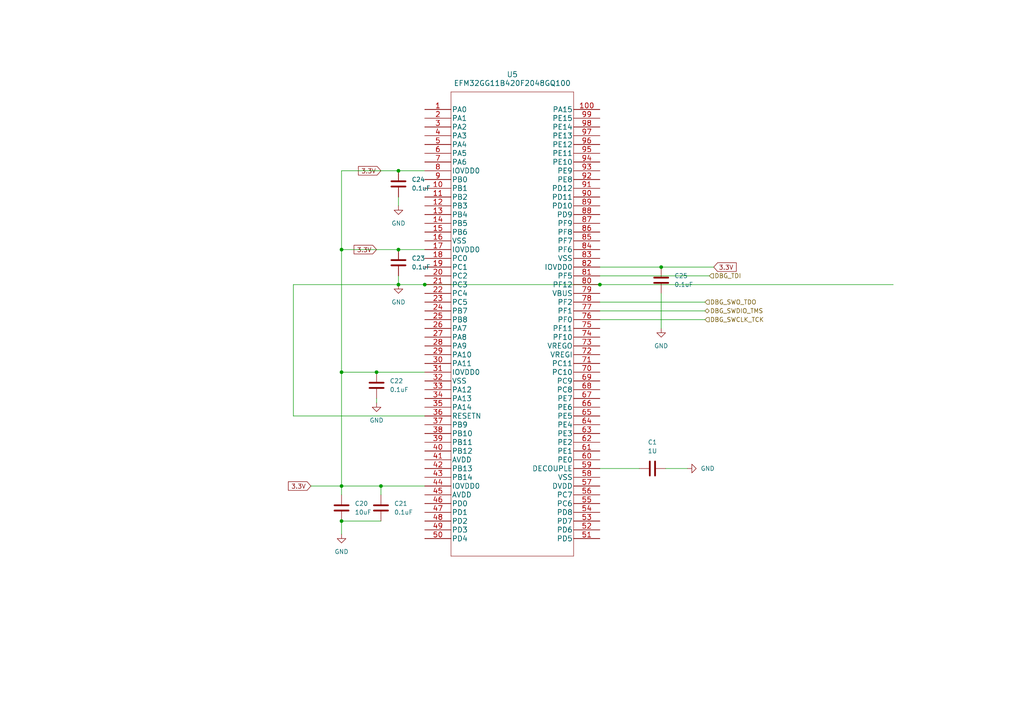
<source format=kicad_sch>
(kicad_sch (version 20230121) (generator eeschema)

  (uuid 86d80a6a-4f4c-4e1c-a8ce-30d9becef2f3)

  (paper "A4")

  (lib_symbols
    (symbol "Device:C" (pin_numbers hide) (pin_names (offset 0.254)) (in_bom yes) (on_board yes)
      (property "Reference" "C" (at 0.635 2.54 0)
        (effects (font (size 1.27 1.27)) (justify left))
      )
      (property "Value" "C" (at 0.635 -2.54 0)
        (effects (font (size 1.27 1.27)) (justify left))
      )
      (property "Footprint" "" (at 0.9652 -3.81 0)
        (effects (font (size 1.27 1.27)) hide)
      )
      (property "Datasheet" "~" (at 0 0 0)
        (effects (font (size 1.27 1.27)) hide)
      )
      (property "ki_keywords" "cap capacitor" (at 0 0 0)
        (effects (font (size 1.27 1.27)) hide)
      )
      (property "ki_description" "Unpolarized capacitor" (at 0 0 0)
        (effects (font (size 1.27 1.27)) hide)
      )
      (property "ki_fp_filters" "C_*" (at 0 0 0)
        (effects (font (size 1.27 1.27)) hide)
      )
      (symbol "C_0_1"
        (polyline
          (pts
            (xy -2.032 -0.762)
            (xy 2.032 -0.762)
          )
          (stroke (width 0.508) (type default))
          (fill (type none))
        )
        (polyline
          (pts
            (xy -2.032 0.762)
            (xy 2.032 0.762)
          )
          (stroke (width 0.508) (type default))
          (fill (type none))
        )
      )
      (symbol "C_1_1"
        (pin passive line (at 0 3.81 270) (length 2.794)
          (name "~" (effects (font (size 1.27 1.27))))
          (number "1" (effects (font (size 1.27 1.27))))
        )
        (pin passive line (at 0 -3.81 90) (length 2.794)
          (name "~" (effects (font (size 1.27 1.27))))
          (number "2" (effects (font (size 1.27 1.27))))
        )
      )
    )
    (symbol "EFM32GG11B420F2048GQ100:EFM32GG11B420F2048GQ100" (pin_names (offset 0.254)) (in_bom yes) (on_board yes)
      (property "Reference" "U" (at 25.4 10.16 0)
        (effects (font (size 1.524 1.524)))
      )
      (property "Value" "EFM32GG11B420F2048GQ100" (at 25.4 7.62 0)
        (effects (font (size 1.524 1.524)))
      )
      (property "Footprint" "TQFP100-14X14-0p5MM" (at 25.4 6.096 0)
        (effects (font (size 1.524 1.524)) hide)
      )
      (property "Datasheet" "" (at 0 0 0)
        (effects (font (size 1.524 1.524)))
      )
      (property "ki_locked" "" (at 0 0 0)
        (effects (font (size 1.27 1.27)))
      )
      (property "ki_fp_filters" "TQFP100-14X14-0p5MM" (at 0 0 0)
        (effects (font (size 1.27 1.27)) hide)
      )
      (symbol "EFM32GG11B420F2048GQ100_1_1"
        (polyline
          (pts
            (xy 7.62 -129.54)
            (xy 43.18 -129.54)
          )
          (stroke (width 0.127) (type solid))
          (fill (type none))
        )
        (polyline
          (pts
            (xy 7.62 5.08)
            (xy 7.62 -129.54)
          )
          (stroke (width 0.127) (type solid))
          (fill (type none))
        )
        (polyline
          (pts
            (xy 43.18 -129.54)
            (xy 43.18 5.08)
          )
          (stroke (width 0.127) (type solid))
          (fill (type none))
        )
        (polyline
          (pts
            (xy 43.18 5.08)
            (xy 7.62 5.08)
          )
          (stroke (width 0.127) (type solid))
          (fill (type none))
        )
        (pin bidirectional line (at 0 0 0) (length 7.62)
          (name "PA0" (effects (font (size 1.4986 1.4986))))
          (number "1" (effects (font (size 1.4986 1.4986))))
        )
        (pin bidirectional line (at 0 -22.86 0) (length 7.62)
          (name "PB1" (effects (font (size 1.4986 1.4986))))
          (number "10" (effects (font (size 1.4986 1.4986))))
        )
        (pin bidirectional line (at 50.8 0 180) (length 7.62)
          (name "PA15" (effects (font (size 1.4986 1.4986))))
          (number "100" (effects (font (size 1.4986 1.4986))))
        )
        (pin bidirectional line (at 0 -25.4 0) (length 7.62)
          (name "PB2" (effects (font (size 1.4986 1.4986))))
          (number "11" (effects (font (size 1.4986 1.4986))))
        )
        (pin bidirectional line (at 0 -27.94 0) (length 7.62)
          (name "PB3" (effects (font (size 1.4986 1.4986))))
          (number "12" (effects (font (size 1.4986 1.4986))))
        )
        (pin bidirectional line (at 0 -30.48 0) (length 7.62)
          (name "PB4" (effects (font (size 1.4986 1.4986))))
          (number "13" (effects (font (size 1.4986 1.4986))))
        )
        (pin bidirectional line (at 0 -33.02 0) (length 7.62)
          (name "PB5" (effects (font (size 1.4986 1.4986))))
          (number "14" (effects (font (size 1.4986 1.4986))))
        )
        (pin bidirectional line (at 0 -35.56 0) (length 7.62)
          (name "PB6" (effects (font (size 1.4986 1.4986))))
          (number "15" (effects (font (size 1.4986 1.4986))))
        )
        (pin power_in line (at 0 -38.1 0) (length 7.62)
          (name "VSS" (effects (font (size 1.4986 1.4986))))
          (number "16" (effects (font (size 1.4986 1.4986))))
        )
        (pin power_in line (at 0 -40.64 0) (length 7.62)
          (name "IOVDD0" (effects (font (size 1.4986 1.4986))))
          (number "17" (effects (font (size 1.4986 1.4986))))
        )
        (pin bidirectional line (at 0 -43.18 0) (length 7.62)
          (name "PC0" (effects (font (size 1.4986 1.4986))))
          (number "18" (effects (font (size 1.4986 1.4986))))
        )
        (pin bidirectional line (at 0 -45.72 0) (length 7.62)
          (name "PC1" (effects (font (size 1.4986 1.4986))))
          (number "19" (effects (font (size 1.4986 1.4986))))
        )
        (pin bidirectional line (at 0 -2.54 0) (length 7.62)
          (name "PA1" (effects (font (size 1.4986 1.4986))))
          (number "2" (effects (font (size 1.4986 1.4986))))
        )
        (pin bidirectional line (at 0 -48.26 0) (length 7.62)
          (name "PC2" (effects (font (size 1.4986 1.4986))))
          (number "20" (effects (font (size 1.4986 1.4986))))
        )
        (pin bidirectional line (at 0 -50.8 0) (length 7.62)
          (name "PC3" (effects (font (size 1.4986 1.4986))))
          (number "21" (effects (font (size 1.4986 1.4986))))
        )
        (pin bidirectional line (at 0 -53.34 0) (length 7.62)
          (name "PC4" (effects (font (size 1.4986 1.4986))))
          (number "22" (effects (font (size 1.4986 1.4986))))
        )
        (pin bidirectional line (at 0 -55.88 0) (length 7.62)
          (name "PC5" (effects (font (size 1.4986 1.4986))))
          (number "23" (effects (font (size 1.4986 1.4986))))
        )
        (pin bidirectional line (at 0 -58.42 0) (length 7.62)
          (name "PB7" (effects (font (size 1.4986 1.4986))))
          (number "24" (effects (font (size 1.4986 1.4986))))
        )
        (pin bidirectional line (at 0 -60.96 0) (length 7.62)
          (name "PB8" (effects (font (size 1.4986 1.4986))))
          (number "25" (effects (font (size 1.4986 1.4986))))
        )
        (pin bidirectional line (at 0 -63.5 0) (length 7.62)
          (name "PA7" (effects (font (size 1.4986 1.4986))))
          (number "26" (effects (font (size 1.4986 1.4986))))
        )
        (pin bidirectional line (at 0 -66.04 0) (length 7.62)
          (name "PA8" (effects (font (size 1.4986 1.4986))))
          (number "27" (effects (font (size 1.4986 1.4986))))
        )
        (pin bidirectional line (at 0 -68.58 0) (length 7.62)
          (name "PA9" (effects (font (size 1.4986 1.4986))))
          (number "28" (effects (font (size 1.4986 1.4986))))
        )
        (pin bidirectional line (at 0 -71.12 0) (length 7.62)
          (name "PA10" (effects (font (size 1.4986 1.4986))))
          (number "29" (effects (font (size 1.4986 1.4986))))
        )
        (pin bidirectional line (at 0 -5.08 0) (length 7.62)
          (name "PA2" (effects (font (size 1.4986 1.4986))))
          (number "3" (effects (font (size 1.4986 1.4986))))
        )
        (pin bidirectional line (at 0 -73.66 0) (length 7.62)
          (name "PA11" (effects (font (size 1.4986 1.4986))))
          (number "30" (effects (font (size 1.4986 1.4986))))
        )
        (pin power_in line (at 0 -76.2 0) (length 7.62)
          (name "IOVDD0" (effects (font (size 1.4986 1.4986))))
          (number "31" (effects (font (size 1.4986 1.4986))))
        )
        (pin power_in line (at 0 -78.74 0) (length 7.62)
          (name "VSS" (effects (font (size 1.4986 1.4986))))
          (number "32" (effects (font (size 1.4986 1.4986))))
        )
        (pin bidirectional line (at 0 -81.28 0) (length 7.62)
          (name "PA12" (effects (font (size 1.4986 1.4986))))
          (number "33" (effects (font (size 1.4986 1.4986))))
        )
        (pin bidirectional line (at 0 -83.82 0) (length 7.62)
          (name "PA13" (effects (font (size 1.4986 1.4986))))
          (number "34" (effects (font (size 1.4986 1.4986))))
        )
        (pin bidirectional line (at 0 -86.36 0) (length 7.62)
          (name "PA14" (effects (font (size 1.4986 1.4986))))
          (number "35" (effects (font (size 1.4986 1.4986))))
        )
        (pin input line (at 0 -88.9 0) (length 7.62)
          (name "RESETN" (effects (font (size 1.4986 1.4986))))
          (number "36" (effects (font (size 1.4986 1.4986))))
        )
        (pin bidirectional line (at 0 -91.44 0) (length 7.62)
          (name "PB9" (effects (font (size 1.4986 1.4986))))
          (number "37" (effects (font (size 1.4986 1.4986))))
        )
        (pin bidirectional line (at 0 -93.98 0) (length 7.62)
          (name "PB10" (effects (font (size 1.4986 1.4986))))
          (number "38" (effects (font (size 1.4986 1.4986))))
        )
        (pin bidirectional line (at 0 -96.52 0) (length 7.62)
          (name "PB11" (effects (font (size 1.4986 1.4986))))
          (number "39" (effects (font (size 1.4986 1.4986))))
        )
        (pin bidirectional line (at 0 -7.62 0) (length 7.62)
          (name "PA3" (effects (font (size 1.4986 1.4986))))
          (number "4" (effects (font (size 1.4986 1.4986))))
        )
        (pin bidirectional line (at 0 -99.06 0) (length 7.62)
          (name "PB12" (effects (font (size 1.4986 1.4986))))
          (number "40" (effects (font (size 1.4986 1.4986))))
        )
        (pin power_in line (at 0 -101.6 0) (length 7.62)
          (name "AVDD" (effects (font (size 1.4986 1.4986))))
          (number "41" (effects (font (size 1.4986 1.4986))))
        )
        (pin bidirectional line (at 0 -104.14 0) (length 7.62)
          (name "PB13" (effects (font (size 1.4986 1.4986))))
          (number "42" (effects (font (size 1.4986 1.4986))))
        )
        (pin bidirectional line (at 0 -106.68 0) (length 7.62)
          (name "PB14" (effects (font (size 1.4986 1.4986))))
          (number "43" (effects (font (size 1.4986 1.4986))))
        )
        (pin power_in line (at 0 -109.22 0) (length 7.62)
          (name "IOVDD0" (effects (font (size 1.4986 1.4986))))
          (number "44" (effects (font (size 1.4986 1.4986))))
        )
        (pin power_in line (at 0 -111.76 0) (length 7.62)
          (name "AVDD" (effects (font (size 1.4986 1.4986))))
          (number "45" (effects (font (size 1.4986 1.4986))))
        )
        (pin bidirectional line (at 0 -114.3 0) (length 7.62)
          (name "PD0" (effects (font (size 1.4986 1.4986))))
          (number "46" (effects (font (size 1.4986 1.4986))))
        )
        (pin bidirectional line (at 0 -116.84 0) (length 7.62)
          (name "PD1" (effects (font (size 1.4986 1.4986))))
          (number "47" (effects (font (size 1.4986 1.4986))))
        )
        (pin bidirectional line (at 0 -119.38 0) (length 7.62)
          (name "PD2" (effects (font (size 1.4986 1.4986))))
          (number "48" (effects (font (size 1.4986 1.4986))))
        )
        (pin bidirectional line (at 0 -121.92 0) (length 7.62)
          (name "PD3" (effects (font (size 1.4986 1.4986))))
          (number "49" (effects (font (size 1.4986 1.4986))))
        )
        (pin bidirectional line (at 0 -10.16 0) (length 7.62)
          (name "PA4" (effects (font (size 1.4986 1.4986))))
          (number "5" (effects (font (size 1.4986 1.4986))))
        )
        (pin bidirectional line (at 0 -124.46 0) (length 7.62)
          (name "PD4" (effects (font (size 1.4986 1.4986))))
          (number "50" (effects (font (size 1.4986 1.4986))))
        )
        (pin bidirectional line (at 50.8 -124.46 180) (length 7.62)
          (name "PD5" (effects (font (size 1.4986 1.4986))))
          (number "51" (effects (font (size 1.4986 1.4986))))
        )
        (pin bidirectional line (at 50.8 -121.92 180) (length 7.62)
          (name "PD6" (effects (font (size 1.4986 1.4986))))
          (number "52" (effects (font (size 1.4986 1.4986))))
        )
        (pin bidirectional line (at 50.8 -119.38 180) (length 7.62)
          (name "PD7" (effects (font (size 1.4986 1.4986))))
          (number "53" (effects (font (size 1.4986 1.4986))))
        )
        (pin bidirectional line (at 50.8 -116.84 180) (length 7.62)
          (name "PD8" (effects (font (size 1.4986 1.4986))))
          (number "54" (effects (font (size 1.4986 1.4986))))
        )
        (pin bidirectional line (at 50.8 -114.3 180) (length 7.62)
          (name "PC6" (effects (font (size 1.4986 1.4986))))
          (number "55" (effects (font (size 1.4986 1.4986))))
        )
        (pin bidirectional line (at 50.8 -111.76 180) (length 7.62)
          (name "PC7" (effects (font (size 1.4986 1.4986))))
          (number "56" (effects (font (size 1.4986 1.4986))))
        )
        (pin power_in line (at 50.8 -109.22 180) (length 7.62)
          (name "DVDD" (effects (font (size 1.4986 1.4986))))
          (number "57" (effects (font (size 1.4986 1.4986))))
        )
        (pin power_in line (at 50.8 -106.68 180) (length 7.62)
          (name "VSS" (effects (font (size 1.4986 1.4986))))
          (number "58" (effects (font (size 1.4986 1.4986))))
        )
        (pin output line (at 50.8 -104.14 180) (length 7.62)
          (name "DECOUPLE" (effects (font (size 1.4986 1.4986))))
          (number "59" (effects (font (size 1.4986 1.4986))))
        )
        (pin bidirectional line (at 0 -12.7 0) (length 7.62)
          (name "PA5" (effects (font (size 1.4986 1.4986))))
          (number "6" (effects (font (size 1.4986 1.4986))))
        )
        (pin bidirectional line (at 50.8 -101.6 180) (length 7.62)
          (name "PE0" (effects (font (size 1.4986 1.4986))))
          (number "60" (effects (font (size 1.4986 1.4986))))
        )
        (pin bidirectional line (at 50.8 -99.06 180) (length 7.62)
          (name "PE1" (effects (font (size 1.4986 1.4986))))
          (number "61" (effects (font (size 1.4986 1.4986))))
        )
        (pin bidirectional line (at 50.8 -96.52 180) (length 7.62)
          (name "PE2" (effects (font (size 1.4986 1.4986))))
          (number "62" (effects (font (size 1.4986 1.4986))))
        )
        (pin bidirectional line (at 50.8 -93.98 180) (length 7.62)
          (name "PE3" (effects (font (size 1.4986 1.4986))))
          (number "63" (effects (font (size 1.4986 1.4986))))
        )
        (pin bidirectional line (at 50.8 -91.44 180) (length 7.62)
          (name "PE4" (effects (font (size 1.4986 1.4986))))
          (number "64" (effects (font (size 1.4986 1.4986))))
        )
        (pin bidirectional line (at 50.8 -88.9 180) (length 7.62)
          (name "PE5" (effects (font (size 1.4986 1.4986))))
          (number "65" (effects (font (size 1.4986 1.4986))))
        )
        (pin bidirectional line (at 50.8 -86.36 180) (length 7.62)
          (name "PE6" (effects (font (size 1.4986 1.4986))))
          (number "66" (effects (font (size 1.4986 1.4986))))
        )
        (pin bidirectional line (at 50.8 -83.82 180) (length 7.62)
          (name "PE7" (effects (font (size 1.4986 1.4986))))
          (number "67" (effects (font (size 1.4986 1.4986))))
        )
        (pin bidirectional line (at 50.8 -81.28 180) (length 7.62)
          (name "PC8" (effects (font (size 1.4986 1.4986))))
          (number "68" (effects (font (size 1.4986 1.4986))))
        )
        (pin bidirectional line (at 50.8 -78.74 180) (length 7.62)
          (name "PC9" (effects (font (size 1.4986 1.4986))))
          (number "69" (effects (font (size 1.4986 1.4986))))
        )
        (pin bidirectional line (at 0 -15.24 0) (length 7.62)
          (name "PA6" (effects (font (size 1.4986 1.4986))))
          (number "7" (effects (font (size 1.4986 1.4986))))
        )
        (pin bidirectional line (at 50.8 -76.2 180) (length 7.62)
          (name "PC10" (effects (font (size 1.4986 1.4986))))
          (number "70" (effects (font (size 1.4986 1.4986))))
        )
        (pin bidirectional line (at 50.8 -73.66 180) (length 7.62)
          (name "PC11" (effects (font (size 1.4986 1.4986))))
          (number "71" (effects (font (size 1.4986 1.4986))))
        )
        (pin input line (at 50.8 -71.12 180) (length 7.62)
          (name "VREGI" (effects (font (size 1.4986 1.4986))))
          (number "72" (effects (font (size 1.4986 1.4986))))
        )
        (pin output line (at 50.8 -68.58 180) (length 7.62)
          (name "VREGO" (effects (font (size 1.4986 1.4986))))
          (number "73" (effects (font (size 1.4986 1.4986))))
        )
        (pin bidirectional line (at 50.8 -66.04 180) (length 7.62)
          (name "PF10" (effects (font (size 1.4986 1.4986))))
          (number "74" (effects (font (size 1.4986 1.4986))))
        )
        (pin bidirectional line (at 50.8 -63.5 180) (length 7.62)
          (name "PF11" (effects (font (size 1.4986 1.4986))))
          (number "75" (effects (font (size 1.4986 1.4986))))
        )
        (pin bidirectional line (at 50.8 -60.96 180) (length 7.62)
          (name "PF0" (effects (font (size 1.4986 1.4986))))
          (number "76" (effects (font (size 1.4986 1.4986))))
        )
        (pin bidirectional line (at 50.8 -58.42 180) (length 7.62)
          (name "PF1" (effects (font (size 1.4986 1.4986))))
          (number "77" (effects (font (size 1.4986 1.4986))))
        )
        (pin bidirectional line (at 50.8 -55.88 180) (length 7.62)
          (name "PF2" (effects (font (size 1.4986 1.4986))))
          (number "78" (effects (font (size 1.4986 1.4986))))
        )
        (pin power_in line (at 50.8 -53.34 180) (length 7.62)
          (name "VBUS" (effects (font (size 1.4986 1.4986))))
          (number "79" (effects (font (size 1.4986 1.4986))))
        )
        (pin power_in line (at 0 -17.78 0) (length 7.62)
          (name "IOVDD0" (effects (font (size 1.4986 1.4986))))
          (number "8" (effects (font (size 1.4986 1.4986))))
        )
        (pin bidirectional line (at 50.8 -50.8 180) (length 7.62)
          (name "PF12" (effects (font (size 1.4986 1.4986))))
          (number "80" (effects (font (size 1.4986 1.4986))))
        )
        (pin bidirectional line (at 50.8 -48.26 180) (length 7.62)
          (name "PF5" (effects (font (size 1.4986 1.4986))))
          (number "81" (effects (font (size 1.4986 1.4986))))
        )
        (pin power_in line (at 50.8 -45.72 180) (length 7.62)
          (name "IOVDD0" (effects (font (size 1.4986 1.4986))))
          (number "82" (effects (font (size 1.4986 1.4986))))
        )
        (pin power_in line (at 50.8 -43.18 180) (length 7.62)
          (name "VSS" (effects (font (size 1.4986 1.4986))))
          (number "83" (effects (font (size 1.4986 1.4986))))
        )
        (pin bidirectional line (at 50.8 -40.64 180) (length 7.62)
          (name "PF6" (effects (font (size 1.4986 1.4986))))
          (number "84" (effects (font (size 1.4986 1.4986))))
        )
        (pin bidirectional line (at 50.8 -38.1 180) (length 7.62)
          (name "PF7" (effects (font (size 1.4986 1.4986))))
          (number "85" (effects (font (size 1.4986 1.4986))))
        )
        (pin bidirectional line (at 50.8 -35.56 180) (length 7.62)
          (name "PF8" (effects (font (size 1.4986 1.4986))))
          (number "86" (effects (font (size 1.4986 1.4986))))
        )
        (pin bidirectional line (at 50.8 -33.02 180) (length 7.62)
          (name "PF9" (effects (font (size 1.4986 1.4986))))
          (number "87" (effects (font (size 1.4986 1.4986))))
        )
        (pin bidirectional line (at 50.8 -30.48 180) (length 7.62)
          (name "PD9" (effects (font (size 1.4986 1.4986))))
          (number "88" (effects (font (size 1.4986 1.4986))))
        )
        (pin bidirectional line (at 50.8 -27.94 180) (length 7.62)
          (name "PD10" (effects (font (size 1.4986 1.4986))))
          (number "89" (effects (font (size 1.4986 1.4986))))
        )
        (pin bidirectional line (at 0 -20.32 0) (length 7.62)
          (name "PB0" (effects (font (size 1.4986 1.4986))))
          (number "9" (effects (font (size 1.4986 1.4986))))
        )
        (pin bidirectional line (at 50.8 -25.4 180) (length 7.62)
          (name "PD11" (effects (font (size 1.4986 1.4986))))
          (number "90" (effects (font (size 1.4986 1.4986))))
        )
        (pin bidirectional line (at 50.8 -22.86 180) (length 7.62)
          (name "PD12" (effects (font (size 1.4986 1.4986))))
          (number "91" (effects (font (size 1.4986 1.4986))))
        )
        (pin bidirectional line (at 50.8 -20.32 180) (length 7.62)
          (name "PE8" (effects (font (size 1.4986 1.4986))))
          (number "92" (effects (font (size 1.4986 1.4986))))
        )
        (pin bidirectional line (at 50.8 -17.78 180) (length 7.62)
          (name "PE9" (effects (font (size 1.4986 1.4986))))
          (number "93" (effects (font (size 1.4986 1.4986))))
        )
        (pin bidirectional line (at 50.8 -15.24 180) (length 7.62)
          (name "PE10" (effects (font (size 1.4986 1.4986))))
          (number "94" (effects (font (size 1.4986 1.4986))))
        )
        (pin bidirectional line (at 50.8 -12.7 180) (length 7.62)
          (name "PE11" (effects (font (size 1.4986 1.4986))))
          (number "95" (effects (font (size 1.4986 1.4986))))
        )
        (pin bidirectional line (at 50.8 -10.16 180) (length 7.62)
          (name "PE12" (effects (font (size 1.4986 1.4986))))
          (number "96" (effects (font (size 1.4986 1.4986))))
        )
        (pin bidirectional line (at 50.8 -7.62 180) (length 7.62)
          (name "PE13" (effects (font (size 1.4986 1.4986))))
          (number "97" (effects (font (size 1.4986 1.4986))))
        )
        (pin bidirectional line (at 50.8 -5.08 180) (length 7.62)
          (name "PE14" (effects (font (size 1.4986 1.4986))))
          (number "98" (effects (font (size 1.4986 1.4986))))
        )
        (pin bidirectional line (at 50.8 -2.54 180) (length 7.62)
          (name "PE15" (effects (font (size 1.4986 1.4986))))
          (number "99" (effects (font (size 1.4986 1.4986))))
        )
      )
    )
    (symbol "power:GND" (power) (pin_names (offset 0)) (in_bom yes) (on_board yes)
      (property "Reference" "#PWR" (at 0 -6.35 0)
        (effects (font (size 1.27 1.27)) hide)
      )
      (property "Value" "GND" (at 0 -3.81 0)
        (effects (font (size 1.27 1.27)))
      )
      (property "Footprint" "" (at 0 0 0)
        (effects (font (size 1.27 1.27)) hide)
      )
      (property "Datasheet" "" (at 0 0 0)
        (effects (font (size 1.27 1.27)) hide)
      )
      (property "ki_keywords" "global power" (at 0 0 0)
        (effects (font (size 1.27 1.27)) hide)
      )
      (property "ki_description" "Power symbol creates a global label with name \"GND\" , ground" (at 0 0 0)
        (effects (font (size 1.27 1.27)) hide)
      )
      (symbol "GND_0_1"
        (polyline
          (pts
            (xy 0 0)
            (xy 0 -1.27)
            (xy 1.27 -1.27)
            (xy 0 -2.54)
            (xy -1.27 -1.27)
            (xy 0 -1.27)
          )
          (stroke (width 0) (type default))
          (fill (type none))
        )
      )
      (symbol "GND_1_1"
        (pin power_in line (at 0 0 270) (length 0) hide
          (name "GND" (effects (font (size 1.27 1.27))))
          (number "1" (effects (font (size 1.27 1.27))))
        )
      )
    )
  )

  (junction (at 110.49 140.97) (diameter 0) (color 0 0 0 0)
    (uuid 00e4ce1e-c183-4a93-b839-1ad67d58fdf7)
  )
  (junction (at 99.06 107.95) (diameter 0) (color 0 0 0 0)
    (uuid 11b22aaf-6fdb-45ef-9e03-ede644e19092)
  )
  (junction (at 115.57 49.53) (diameter 0) (color 0 0 0 0)
    (uuid 588b9db5-f060-46f7-acea-a54b06c0ed3c)
  )
  (junction (at 99.06 72.39) (diameter 0) (color 0 0 0 0)
    (uuid 7a5583cb-02fb-40be-9613-7dc8f938f306)
  )
  (junction (at 99.06 151.13) (diameter 0) (color 0 0 0 0)
    (uuid 85718175-a67f-4a7a-9b77-fd9e4d98c45a)
  )
  (junction (at 99.06 140.97) (diameter 0) (color 0 0 0 0)
    (uuid 9190757f-170b-4275-b5b0-b1f3b1e31c6f)
  )
  (junction (at 109.22 107.95) (diameter 0) (color 0 0 0 0)
    (uuid 99b4b420-3940-4e7c-b6ab-2672c7159d79)
  )
  (junction (at 191.77 77.47) (diameter 0) (color 0 0 0 0)
    (uuid 9ab19474-f6b9-4658-8cea-632caa5d1c4a)
  )
  (junction (at 173.99 82.55) (diameter 0) (color 0 0 0 0)
    (uuid 9f287439-3943-497d-b02a-1ad47906dd65)
  )
  (junction (at 115.57 82.55) (diameter 0) (color 0 0 0 0)
    (uuid d6f9a0d2-4e15-47ae-a97c-4dd079f6911b)
  )
  (junction (at 115.57 72.39) (diameter 0) (color 0 0 0 0)
    (uuid fbf8bcc3-84bb-41c5-868b-90960286b0eb)
  )
  (junction (at 123.19 82.55) (diameter 0) (color 0 0 0 0)
    (uuid ff62e3e1-86c5-4bae-af3e-8c31fe893d2c)
  )

  (wire (pts (xy 85.09 120.65) (xy 123.19 120.65))
    (stroke (width 0) (type default))
    (uuid 059915d6-af9e-416d-8411-0297380972a6)
  )
  (wire (pts (xy 90.17 140.97) (xy 99.06 140.97))
    (stroke (width 0) (type default))
    (uuid 05fd3699-c169-440a-991c-773cd4f4a592)
  )
  (wire (pts (xy 99.06 107.95) (xy 99.06 140.97))
    (stroke (width 0) (type default))
    (uuid 0e07778c-a339-4984-b7b6-716af6374dfc)
  )
  (wire (pts (xy 99.06 140.97) (xy 99.06 143.51))
    (stroke (width 0) (type default))
    (uuid 151552cd-6006-4a06-977a-b5ea387f7e2f)
  )
  (wire (pts (xy 99.06 49.53) (xy 99.06 72.39))
    (stroke (width 0) (type default))
    (uuid 1887160c-a4ad-4b2c-be99-455fb6e9e8f5)
  )
  (wire (pts (xy 173.99 92.71) (xy 204.47 92.71))
    (stroke (width 0) (type default))
    (uuid 30351019-3e8c-4c65-82dd-15e6b14a6851)
  )
  (wire (pts (xy 110.49 140.97) (xy 110.49 143.51))
    (stroke (width 0) (type default))
    (uuid 3700f393-5482-42aa-8b3f-02ca5bb3a53d)
  )
  (wire (pts (xy 110.49 140.97) (xy 123.19 140.97))
    (stroke (width 0) (type default))
    (uuid 41d47911-af15-43a9-b682-b7155c8d39d5)
  )
  (wire (pts (xy 115.57 82.55) (xy 123.19 82.55))
    (stroke (width 0) (type default))
    (uuid 4a10eb29-d8f8-407f-baf1-6e8f7fab73d9)
  )
  (wire (pts (xy 99.06 140.97) (xy 110.49 140.97))
    (stroke (width 0) (type default))
    (uuid 4e6c7622-6d5f-4f2d-a813-467e4a53cb4e)
  )
  (wire (pts (xy 85.09 82.55) (xy 85.09 120.65))
    (stroke (width 0) (type default))
    (uuid 5d405104-2b49-4071-ba32-43eb09ab6666)
  )
  (wire (pts (xy 115.57 49.53) (xy 123.19 49.53))
    (stroke (width 0) (type default))
    (uuid 717cdbef-4b99-48ea-82de-cf58d9fe092e)
  )
  (wire (pts (xy 109.22 115.57) (xy 109.22 116.84))
    (stroke (width 0) (type default))
    (uuid 77adbd17-47b2-486c-b1a8-2cb2d6f27dcc)
  )
  (wire (pts (xy 191.77 85.09) (xy 191.77 95.25))
    (stroke (width 0) (type default))
    (uuid 7aad22ca-2f12-4fd3-9d8b-070b5ee510f7)
  )
  (wire (pts (xy 99.06 49.53) (xy 115.57 49.53))
    (stroke (width 0) (type default))
    (uuid 8238a68c-2f5d-439a-8ff8-d001ddeb2066)
  )
  (wire (pts (xy 173.99 87.63) (xy 204.47 87.63))
    (stroke (width 0) (type default))
    (uuid 8296fe90-9687-45c6-9887-f5a352a639e2)
  )
  (wire (pts (xy 191.77 77.47) (xy 207.01 77.47))
    (stroke (width 0) (type default))
    (uuid 8672b8d4-41b2-42aa-b186-fc3095588f45)
  )
  (wire (pts (xy 193.04 135.89) (xy 199.39 135.89))
    (stroke (width 0) (type default))
    (uuid 875f874b-ac44-43fe-b601-061667de47ff)
  )
  (wire (pts (xy 99.06 72.39) (xy 115.57 72.39))
    (stroke (width 0) (type default))
    (uuid 8db920f7-ba2b-4e89-8043-d59d731875a5)
  )
  (wire (pts (xy 173.99 135.89) (xy 185.42 135.89))
    (stroke (width 0) (type default))
    (uuid 9b809b94-c471-4300-8efe-638d95a6739b)
  )
  (wire (pts (xy 99.06 151.13) (xy 99.06 154.94))
    (stroke (width 0) (type default))
    (uuid 9e13b9d0-4dba-43b7-b6a2-4c8121ff4e3b)
  )
  (wire (pts (xy 173.99 77.47) (xy 191.77 77.47))
    (stroke (width 0) (type default))
    (uuid a1c30014-e6df-4167-a7db-a1c376435876)
  )
  (wire (pts (xy 99.06 151.13) (xy 110.49 151.13))
    (stroke (width 0) (type default))
    (uuid aae95d7f-7791-4ce7-a93b-7f0bd26c6915)
  )
  (wire (pts (xy 115.57 72.39) (xy 123.19 72.39))
    (stroke (width 0) (type default))
    (uuid b5d9614a-e471-42b4-981f-59ddb46273f7)
  )
  (wire (pts (xy 99.06 72.39) (xy 99.06 107.95))
    (stroke (width 0) (type default))
    (uuid ba62e6ae-d2fd-4af8-b0f5-7f73759793cf)
  )
  (wire (pts (xy 173.99 82.55) (xy 259.08 82.55))
    (stroke (width 0) (type default))
    (uuid babda964-60d1-4cea-834e-0985364d3c25)
  )
  (wire (pts (xy 123.19 82.55) (xy 173.99 82.55))
    (stroke (width 0) (type default))
    (uuid baef2320-ec74-466e-b9e7-adf2de4cbd87)
  )
  (wire (pts (xy 115.57 80.01) (xy 115.57 82.55))
    (stroke (width 0) (type default))
    (uuid be047498-6f14-4f38-b087-6dbb672d68b1)
  )
  (wire (pts (xy 115.57 57.15) (xy 115.57 59.69))
    (stroke (width 0) (type default))
    (uuid cc99f2d5-fb93-413d-ac93-1d63771f8629)
  )
  (wire (pts (xy 173.99 90.17) (xy 204.47 90.17))
    (stroke (width 0) (type default))
    (uuid d3c34567-8816-4c19-ac3c-9d6cc4080501)
  )
  (wire (pts (xy 109.22 107.95) (xy 123.19 107.95))
    (stroke (width 0) (type default))
    (uuid d87be9ff-c81c-4db5-bae6-c9818b3123b1)
  )
  (wire (pts (xy 85.09 82.55) (xy 115.57 82.55))
    (stroke (width 0) (type default))
    (uuid ead7f434-099e-4552-a66b-771dc3093e0b)
  )
  (wire (pts (xy 173.99 80.01) (xy 205.74 80.01))
    (stroke (width 0) (type default))
    (uuid fa8b2290-a97d-4eac-abab-c266ffd957ca)
  )
  (wire (pts (xy 99.06 107.95) (xy 109.22 107.95))
    (stroke (width 0) (type default))
    (uuid feabffee-c5fc-4d92-9cf0-c0927ac3f96e)
  )

  (global_label "3.3V" (shape input) (at 90.17 140.97 180) (fields_autoplaced)
    (effects (font (size 1.27 1.27)) (justify right))
    (uuid 28cb3ae1-9f5c-4c01-ac93-441bd3d82f38)
    (property "Intersheetrefs" "${INTERSHEET_REFS}" (at 83.0724 140.97 0)
      (effects (font (size 1.27 1.27)) (justify right) hide)
    )
  )
  (global_label "3.3V" (shape input) (at 110.49 49.53 180) (fields_autoplaced)
    (effects (font (size 1.27 1.27)) (justify right))
    (uuid cf2e7930-ad21-4016-90d5-1c6cfe4b8702)
    (property "Intersheetrefs" "${INTERSHEET_REFS}" (at 103.3924 49.53 0)
      (effects (font (size 1.27 1.27)) (justify right) hide)
    )
  )
  (global_label "3.3V" (shape input) (at 207.01 77.47 0) (fields_autoplaced)
    (effects (font (size 1.27 1.27)) (justify left))
    (uuid d27cb5e4-e359-43e7-8309-8ac61a8ceef5)
    (property "Intersheetrefs" "${INTERSHEET_REFS}" (at 214.1076 77.47 0)
      (effects (font (size 1.27 1.27)) (justify left) hide)
    )
  )
  (global_label "3.3V" (shape input) (at 109.22 72.39 180) (fields_autoplaced)
    (effects (font (size 1.27 1.27)) (justify right))
    (uuid d2c0ba35-241a-4558-9c7b-3adec0bdaa14)
    (property "Intersheetrefs" "${INTERSHEET_REFS}" (at 102.1224 72.39 0)
      (effects (font (size 1.27 1.27)) (justify right) hide)
    )
  )

  (hierarchical_label "DBG_TDI" (shape input) (at 205.74 80.01 0) (fields_autoplaced)
    (effects (font (size 1.27 1.27)) (justify left))
    (uuid 1030fdaf-e14a-4f05-8e21-37ace6ab0e67)
  )
  (hierarchical_label "DBG_SWO_TDO" (shape input) (at 204.47 87.63 0) (fields_autoplaced)
    (effects (font (size 1.27 1.27)) (justify left))
    (uuid 7ec78f62-7fc2-46af-93ff-44d52d12b765)
  )
  (hierarchical_label "DBG_SWDIO_TMS" (shape bidirectional) (at 204.47 90.17 0) (fields_autoplaced)
    (effects (font (size 1.27 1.27)) (justify left))
    (uuid 9d13a92f-b7b3-4061-9745-d534efe61066)
  )
  (hierarchical_label "DBG_SWCLK_TCK" (shape input) (at 204.47 92.71 0) (fields_autoplaced)
    (effects (font (size 1.27 1.27)) (justify left))
    (uuid ef217310-a0a7-4b58-a570-8656ebec760c)
  )

  (symbol (lib_id "Device:C") (at 109.22 111.76 0) (unit 1)
    (in_bom yes) (on_board yes) (dnp no) (fields_autoplaced)
    (uuid 010e6072-79a2-4834-8a0b-0f488f292107)
    (property "Reference" "C22" (at 113.03 110.49 0)
      (effects (font (size 1.27 1.27)) (justify left))
    )
    (property "Value" "0.1uF" (at 113.03 113.03 0)
      (effects (font (size 1.27 1.27)) (justify left))
    )
    (property "Footprint" "" (at 110.1852 115.57 0)
      (effects (font (size 1.27 1.27)) hide)
    )
    (property "Datasheet" "~" (at 109.22 111.76 0)
      (effects (font (size 1.27 1.27)) hide)
    )
    (pin "1" (uuid ac25a7c5-6c44-4d65-9269-01884d624339))
    (pin "2" (uuid 62f5e263-097d-4a0a-b70f-5b10dce63a7b))
    (instances
      (project "RayTracingPCB"
        (path "/e9047d94-28be-4266-894b-6ee25ef088bd/f9a74965-bde5-47a2-9f66-243cb6fc0f53"
          (reference "C22") (unit 1)
        )
      )
    )
  )

  (symbol (lib_id "power:GND") (at 191.77 95.25 0) (unit 1)
    (in_bom yes) (on_board yes) (dnp no) (fields_autoplaced)
    (uuid 07049202-e3b3-4078-97de-a490a6694473)
    (property "Reference" "#PWR013" (at 191.77 101.6 0)
      (effects (font (size 1.27 1.27)) hide)
    )
    (property "Value" "GND" (at 191.77 100.33 0)
      (effects (font (size 1.27 1.27)))
    )
    (property "Footprint" "" (at 191.77 95.25 0)
      (effects (font (size 1.27 1.27)) hide)
    )
    (property "Datasheet" "" (at 191.77 95.25 0)
      (effects (font (size 1.27 1.27)) hide)
    )
    (pin "1" (uuid 1b72d87a-bb2e-430a-bd04-8e52b08534ff))
    (instances
      (project "RayTracingPCB"
        (path "/e9047d94-28be-4266-894b-6ee25ef088bd/f9a74965-bde5-47a2-9f66-243cb6fc0f53"
          (reference "#PWR013") (unit 1)
        )
      )
    )
  )

  (symbol (lib_id "power:GND") (at 99.06 154.94 0) (unit 1)
    (in_bom yes) (on_board yes) (dnp no) (fields_autoplaced)
    (uuid 0777f0f7-4f28-4432-9b4b-e9b5ca575727)
    (property "Reference" "#PWR08" (at 99.06 161.29 0)
      (effects (font (size 1.27 1.27)) hide)
    )
    (property "Value" "GND" (at 99.06 160.02 0)
      (effects (font (size 1.27 1.27)))
    )
    (property "Footprint" "" (at 99.06 154.94 0)
      (effects (font (size 1.27 1.27)) hide)
    )
    (property "Datasheet" "" (at 99.06 154.94 0)
      (effects (font (size 1.27 1.27)) hide)
    )
    (pin "1" (uuid 519081cb-aa7c-4cc4-a710-170b54c0b85a))
    (instances
      (project "RayTracingPCB"
        (path "/e9047d94-28be-4266-894b-6ee25ef088bd/f9a74965-bde5-47a2-9f66-243cb6fc0f53"
          (reference "#PWR08") (unit 1)
        )
      )
    )
  )

  (symbol (lib_id "power:GND") (at 109.22 116.84 0) (unit 1)
    (in_bom yes) (on_board yes) (dnp no) (fields_autoplaced)
    (uuid 1582a5f6-a79b-4b35-8529-ed362abf61cd)
    (property "Reference" "#PWR09" (at 109.22 123.19 0)
      (effects (font (size 1.27 1.27)) hide)
    )
    (property "Value" "GND" (at 109.22 121.92 0)
      (effects (font (size 1.27 1.27)))
    )
    (property "Footprint" "" (at 109.22 116.84 0)
      (effects (font (size 1.27 1.27)) hide)
    )
    (property "Datasheet" "" (at 109.22 116.84 0)
      (effects (font (size 1.27 1.27)) hide)
    )
    (pin "1" (uuid 1704f751-4347-4983-8b95-70dbc334ce37))
    (instances
      (project "RayTracingPCB"
        (path "/e9047d94-28be-4266-894b-6ee25ef088bd/f9a74965-bde5-47a2-9f66-243cb6fc0f53"
          (reference "#PWR09") (unit 1)
        )
      )
    )
  )

  (symbol (lib_id "Device:C") (at 189.23 135.89 90) (unit 1)
    (in_bom yes) (on_board yes) (dnp no) (fields_autoplaced)
    (uuid 30a963dc-68bf-4844-984d-7105cac347dd)
    (property "Reference" "C1" (at 189.23 128.27 90)
      (effects (font (size 1.27 1.27)))
    )
    (property "Value" "1U" (at 189.23 130.81 90)
      (effects (font (size 1.27 1.27)))
    )
    (property "Footprint" "" (at 193.04 134.9248 0)
      (effects (font (size 1.27 1.27)) hide)
    )
    (property "Datasheet" "~" (at 189.23 135.89 0)
      (effects (font (size 1.27 1.27)) hide)
    )
    (pin "1" (uuid 1ff8e621-9feb-4be9-b6d0-e7edafe07b75))
    (pin "2" (uuid 12afc10c-e588-4642-aa56-b6c77c7ea79b))
    (instances
      (project "RayTracingPCB"
        (path "/e9047d94-28be-4266-894b-6ee25ef088bd/f9a74965-bde5-47a2-9f66-243cb6fc0f53"
          (reference "C1") (unit 1)
        )
      )
    )
  )

  (symbol (lib_id "power:GND") (at 115.57 82.55 0) (unit 1)
    (in_bom yes) (on_board yes) (dnp no) (fields_autoplaced)
    (uuid 3485d2af-c9c8-4cf0-a37d-799f1067e85a)
    (property "Reference" "#PWR010" (at 115.57 88.9 0)
      (effects (font (size 1.27 1.27)) hide)
    )
    (property "Value" "GND" (at 115.57 87.63 0)
      (effects (font (size 1.27 1.27)))
    )
    (property "Footprint" "" (at 115.57 82.55 0)
      (effects (font (size 1.27 1.27)) hide)
    )
    (property "Datasheet" "" (at 115.57 82.55 0)
      (effects (font (size 1.27 1.27)) hide)
    )
    (pin "1" (uuid b61aae84-88ec-4478-92fb-f3cdcb93e456))
    (instances
      (project "RayTracingPCB"
        (path "/e9047d94-28be-4266-894b-6ee25ef088bd/f9a74965-bde5-47a2-9f66-243cb6fc0f53"
          (reference "#PWR010") (unit 1)
        )
      )
    )
  )

  (symbol (lib_id "Device:C") (at 115.57 76.2 0) (unit 1)
    (in_bom yes) (on_board yes) (dnp no) (fields_autoplaced)
    (uuid 5a528dd6-3f75-4e18-936e-d3d9e3ce3b32)
    (property "Reference" "C23" (at 119.38 74.93 0)
      (effects (font (size 1.27 1.27)) (justify left))
    )
    (property "Value" "0.1uF" (at 119.38 77.47 0)
      (effects (font (size 1.27 1.27)) (justify left))
    )
    (property "Footprint" "" (at 116.5352 80.01 0)
      (effects (font (size 1.27 1.27)) hide)
    )
    (property "Datasheet" "~" (at 115.57 76.2 0)
      (effects (font (size 1.27 1.27)) hide)
    )
    (pin "1" (uuid 41dae0df-0dd3-4af4-9ad5-849a7f01eb26))
    (pin "2" (uuid 66f7eeb0-df8f-46b2-a2ed-134edbc53530))
    (instances
      (project "RayTracingPCB"
        (path "/e9047d94-28be-4266-894b-6ee25ef088bd/f9a74965-bde5-47a2-9f66-243cb6fc0f53"
          (reference "C23") (unit 1)
        )
      )
    )
  )

  (symbol (lib_id "Device:C") (at 110.49 147.32 0) (unit 1)
    (in_bom yes) (on_board yes) (dnp no) (fields_autoplaced)
    (uuid 7360ccae-ed36-4b72-a925-82f2a44eefc5)
    (property "Reference" "C21" (at 114.3 146.05 0)
      (effects (font (size 1.27 1.27)) (justify left))
    )
    (property "Value" "0.1uF" (at 114.3 148.59 0)
      (effects (font (size 1.27 1.27)) (justify left))
    )
    (property "Footprint" "" (at 111.4552 151.13 0)
      (effects (font (size 1.27 1.27)) hide)
    )
    (property "Datasheet" "~" (at 110.49 147.32 0)
      (effects (font (size 1.27 1.27)) hide)
    )
    (pin "1" (uuid 21745e02-5ccf-4f4d-b812-d5e4e8b05009))
    (pin "2" (uuid c8373280-3d7d-42a8-875b-0fc85bcf8726))
    (instances
      (project "RayTracingPCB"
        (path "/e9047d94-28be-4266-894b-6ee25ef088bd/f9a74965-bde5-47a2-9f66-243cb6fc0f53"
          (reference "C21") (unit 1)
        )
      )
    )
  )

  (symbol (lib_id "power:GND") (at 115.57 59.69 0) (unit 1)
    (in_bom yes) (on_board yes) (dnp no) (fields_autoplaced)
    (uuid 753ed3d3-7d6a-4411-a2f6-c9888d62f2b9)
    (property "Reference" "#PWR011" (at 115.57 66.04 0)
      (effects (font (size 1.27 1.27)) hide)
    )
    (property "Value" "GND" (at 115.57 64.77 0)
      (effects (font (size 1.27 1.27)))
    )
    (property "Footprint" "" (at 115.57 59.69 0)
      (effects (font (size 1.27 1.27)) hide)
    )
    (property "Datasheet" "" (at 115.57 59.69 0)
      (effects (font (size 1.27 1.27)) hide)
    )
    (pin "1" (uuid 8a60339b-6eca-4f9f-939e-9ea5d04ee7cb))
    (instances
      (project "RayTracingPCB"
        (path "/e9047d94-28be-4266-894b-6ee25ef088bd/f9a74965-bde5-47a2-9f66-243cb6fc0f53"
          (reference "#PWR011") (unit 1)
        )
      )
    )
  )

  (symbol (lib_id "Device:C") (at 191.77 81.28 0) (unit 1)
    (in_bom yes) (on_board yes) (dnp no) (fields_autoplaced)
    (uuid 7e017920-96d9-4138-8268-6f0480aa95cc)
    (property "Reference" "C25" (at 195.58 80.01 0)
      (effects (font (size 1.27 1.27)) (justify left))
    )
    (property "Value" "0.1uF" (at 195.58 82.55 0)
      (effects (font (size 1.27 1.27)) (justify left))
    )
    (property "Footprint" "" (at 192.7352 85.09 0)
      (effects (font (size 1.27 1.27)) hide)
    )
    (property "Datasheet" "~" (at 191.77 81.28 0)
      (effects (font (size 1.27 1.27)) hide)
    )
    (pin "1" (uuid 9965e65c-ea1a-4780-823e-22620e20c827))
    (pin "2" (uuid 699f02ae-1300-4886-802e-001e63439d15))
    (instances
      (project "RayTracingPCB"
        (path "/e9047d94-28be-4266-894b-6ee25ef088bd/f9a74965-bde5-47a2-9f66-243cb6fc0f53"
          (reference "C25") (unit 1)
        )
      )
    )
  )

  (symbol (lib_id "EFM32GG11B420F2048GQ100:EFM32GG11B420F2048GQ100") (at 123.19 31.75 0) (unit 1)
    (in_bom yes) (on_board yes) (dnp no) (fields_autoplaced)
    (uuid 85c011ff-c392-46a2-8e62-b5d6bf3dacd2)
    (property "Reference" "U5" (at 148.59 21.59 0)
      (effects (font (size 1.524 1.524)))
    )
    (property "Value" "EFM32GG11B420F2048GQ100" (at 148.59 24.13 0)
      (effects (font (size 1.524 1.524)))
    )
    (property "Footprint" "TQFP100-14X14-0p5MM" (at 148.59 25.654 0)
      (effects (font (size 1.524 1.524)) hide)
    )
    (property "Datasheet" "" (at 123.19 31.75 0)
      (effects (font (size 1.524 1.524)))
    )
    (pin "1" (uuid 0482d7e9-086b-44ce-b699-f5f725617d6a))
    (pin "10" (uuid fff9cf89-9c76-4c74-b0b7-07196b130c86))
    (pin "100" (uuid 6987113b-c24f-45e7-a548-8325af44558a))
    (pin "11" (uuid a1286d2c-41b6-4954-aa5d-88c72474e7f3))
    (pin "12" (uuid 9eb27c10-f340-4f97-8b7d-7f824eab8715))
    (pin "13" (uuid 4fe6de9c-9405-4188-abc2-34cf41a3fc21))
    (pin "14" (uuid 5062a5a7-416f-4cf5-822b-6f16120317dd))
    (pin "15" (uuid 52ae7b00-18a2-454a-ad5f-f64267ea8c6d))
    (pin "16" (uuid 610963cd-6712-4840-9b3f-4ed3defd32fc))
    (pin "17" (uuid 3f095d33-360d-412f-a332-900c1e9cb0c8))
    (pin "18" (uuid 344bd791-c75c-4a13-a265-cac15e8f3dfd))
    (pin "19" (uuid bf0e0f17-1869-47d9-877f-778178a372ab))
    (pin "2" (uuid fd670447-b200-4424-b70f-1f0f69357a32))
    (pin "20" (uuid bc9f36e9-71a4-4656-b795-87fa9205fa76))
    (pin "21" (uuid eddf53e7-baaa-4a39-acf9-b77ea1217a49))
    (pin "22" (uuid 07b44a7d-2464-4a5d-a617-8f7a88e9a251))
    (pin "23" (uuid 5e715fb9-e116-4514-a86f-d4b32dcc09d0))
    (pin "24" (uuid 3f6e8a9f-8ebc-42df-9918-d97795fd1c50))
    (pin "25" (uuid 767d865d-b761-4c26-9885-c7f09e0b5f50))
    (pin "26" (uuid 1182c575-bd39-4df3-b3dd-97762665126b))
    (pin "27" (uuid 8ee2c7a7-62db-4549-a3db-8c20e2714d1f))
    (pin "28" (uuid b75830bb-a68f-4ce4-9da1-de2f9c7896dc))
    (pin "29" (uuid 4dfc6888-278a-40e7-88b4-bcca74edb90d))
    (pin "3" (uuid c6413bac-7b65-4827-87ca-4db773b8e55d))
    (pin "30" (uuid 9e86eb1f-0f9c-4df3-96ac-18566be7b536))
    (pin "31" (uuid f8dadb95-9599-42d7-b2dc-0c6fa6de96aa))
    (pin "32" (uuid 48e665cf-0512-40b5-83d0-fc7244914368))
    (pin "33" (uuid fb6bd406-754b-4b45-90ab-1ce6f39f1e35))
    (pin "34" (uuid 14a71bf8-4a2d-46e3-bec1-f053dec7d4de))
    (pin "35" (uuid 12084afd-4091-4a68-a6bd-1976d1541991))
    (pin "36" (uuid 0b175c1c-60dd-43b1-995d-fdf4e4408b8a))
    (pin "37" (uuid 08e6a1e3-92d6-4fac-8ac2-4f1bb252c890))
    (pin "38" (uuid bd9b1eb3-c8eb-4fe9-a2f2-e74daaeca31f))
    (pin "39" (uuid 06d6ded9-0a10-4ee6-ad10-757849bfedf1))
    (pin "4" (uuid d2662e1b-6d6c-49af-b28c-c822ccd75e5a))
    (pin "40" (uuid 5e0069de-0b51-41e2-aba1-353b052a4ffc))
    (pin "41" (uuid a5ee8367-e078-4239-bd65-8bcd1fdb3506))
    (pin "42" (uuid 31bc1811-3daf-43b4-a1cb-02015df7535c))
    (pin "43" (uuid a4bbe287-90c4-434a-9df6-8dfbfd9a3c63))
    (pin "44" (uuid cd9168dc-08c5-42e6-8d7c-10deedc2e930))
    (pin "45" (uuid 905184b9-5445-4f42-8805-b66463c94d6b))
    (pin "46" (uuid 3d983db2-2846-4dae-bdc3-0d3824c2ee69))
    (pin "47" (uuid 85733836-5e58-4ed9-b7c0-330b3e747f56))
    (pin "48" (uuid f87a318a-78d0-4740-b95b-22701697aab3))
    (pin "49" (uuid 0c6bbcc3-4e79-479d-9394-5661bb4a69ee))
    (pin "5" (uuid aa31a34e-a7ab-4a2f-8481-cc14c3395c55))
    (pin "50" (uuid 28cb4225-901b-4513-9df4-2d7940819d6b))
    (pin "51" (uuid 75d9b652-71de-4c52-bd1f-732decb4e785))
    (pin "52" (uuid b06dcb0e-912a-4a3e-adc7-223f25a68443))
    (pin "53" (uuid cdad3437-44d7-4fdc-a7b1-cd5ada77f0ec))
    (pin "54" (uuid e0e16793-2c0d-4c51-9e39-dc51ddc27d27))
    (pin "55" (uuid d23cf78f-73d8-4365-82df-026e10cfb424))
    (pin "56" (uuid 25cf3d83-af75-4842-b519-b6c0db85bbc2))
    (pin "57" (uuid a8d8839a-01e7-4e24-8a1d-97f59535c76f))
    (pin "58" (uuid d567dcbe-7418-44ba-b9ab-e3f3f89eb473))
    (pin "59" (uuid 97d3eae5-f62d-4f68-803c-2171d2de9e63))
    (pin "6" (uuid 8722a929-49d6-4b24-b8ec-5a32b670641c))
    (pin "60" (uuid 5fe7b429-1c27-48b9-ba43-ba9cf32ce538))
    (pin "61" (uuid fd78d8fa-d429-4aa1-a787-24fb00a79460))
    (pin "62" (uuid 221c4340-70f6-4957-8a5c-9dbc1f2c541c))
    (pin "63" (uuid ca22b376-d7be-4445-ac8f-cc03ebb58469))
    (pin "64" (uuid 4c5f95aa-3fe9-400c-a9e6-01a9a6f8e980))
    (pin "65" (uuid 988a5219-c4ca-4e11-bbff-891dd68ee6ca))
    (pin "66" (uuid d00503a8-a11e-4cdb-9207-452ed083424e))
    (pin "67" (uuid 472ec31e-ce73-4f9a-9a80-2a6bc5e618ac))
    (pin "68" (uuid 127410ae-0c75-460b-9c51-813152bfb58e))
    (pin "69" (uuid c7531574-20b6-4e87-bc57-3612fbaa8be6))
    (pin "7" (uuid bb01ef1e-8870-4120-b25b-ceee1d303b1b))
    (pin "70" (uuid 1b3a69c3-a7ae-4361-8f13-b8743a735e26))
    (pin "71" (uuid 368665ae-a553-4260-936b-3ff51a9abcb9))
    (pin "72" (uuid ad4a72a7-79bf-4608-8e26-0207af2ed879))
    (pin "73" (uuid 54ecb44b-d146-4862-ba4d-248ba615ce4d))
    (pin "74" (uuid e5481ce6-033c-4b52-9aa6-4682f7ac94cb))
    (pin "75" (uuid e8a1d123-83ae-41e7-8aa5-b5d9fe546a8e))
    (pin "76" (uuid 3b894b82-1f94-43a8-8b41-ba4edb63cadc))
    (pin "77" (uuid 4d9afee1-bc04-471e-9aac-540c20f3c1c7))
    (pin "78" (uuid 681e5845-0563-4643-88dd-19632a8eb708))
    (pin "79" (uuid 3261329f-c7fb-4368-b358-b9248dc52b14))
    (pin "8" (uuid dc270f53-97e1-4429-b3a6-f4e3128d4183))
    (pin "80" (uuid f47c5869-b68c-4c34-81df-311deba42e78))
    (pin "81" (uuid 305ec1ae-5a12-43c7-b5f7-1b63d4b5d03b))
    (pin "82" (uuid 6e7931ea-7571-4982-bf3b-157c71800e1f))
    (pin "83" (uuid 2f1bec08-cf4e-4749-8858-e91a32dd80e0))
    (pin "84" (uuid 9c60a529-5494-4fdf-91c5-fd5ab17527b2))
    (pin "85" (uuid 2b21ad17-dee7-4ffd-829d-48c18c4b94f6))
    (pin "86" (uuid 0dfd0a3a-e445-484d-a2c1-9e56a59ffaaa))
    (pin "87" (uuid b4b40248-e342-4a80-acc8-f7a5b47ff572))
    (pin "88" (uuid 31538f13-0c22-45e5-b967-2324e5597729))
    (pin "89" (uuid ee85c533-ef83-4089-af01-853374c2db0b))
    (pin "9" (uuid fab7a86c-061f-4246-94eb-f8b23cc78b4e))
    (pin "90" (uuid 69f7ae33-d5bb-41a8-9515-7301078c4a07))
    (pin "91" (uuid dd7d3465-0892-4874-b793-e4bcf76e220c))
    (pin "92" (uuid 80c1bcb3-ad57-4b5b-9fa6-d739707d711b))
    (pin "93" (uuid 6110773e-5e4c-4195-9304-b7bbee0a818f))
    (pin "94" (uuid b54e4b30-232a-4b75-988e-0ea39e5d4268))
    (pin "95" (uuid b7c96e7b-6cdd-4c4d-98a4-fa4e269c267c))
    (pin "96" (uuid 81231283-8d79-4b63-b524-0afa7e28a886))
    (pin "97" (uuid 36b862bc-facd-4b48-8cab-3fa35eea9aa6))
    (pin "98" (uuid 5a4c0ca5-8415-427e-b53f-4d8b3c0c3304))
    (pin "99" (uuid ab9b5721-d5a6-48bf-b4d6-3c0455d1f67e))
    (instances
      (project "RayTracingPCB"
        (path "/e9047d94-28be-4266-894b-6ee25ef088bd/f9a74965-bde5-47a2-9f66-243cb6fc0f53"
          (reference "U5") (unit 1)
        )
      )
    )
  )

  (symbol (lib_id "Device:C") (at 99.06 147.32 0) (unit 1)
    (in_bom yes) (on_board yes) (dnp no) (fields_autoplaced)
    (uuid b526c6e4-bded-4c9b-a412-62a6496c7338)
    (property "Reference" "C20" (at 102.87 146.05 0)
      (effects (font (size 1.27 1.27)) (justify left))
    )
    (property "Value" "10uF" (at 102.87 148.59 0)
      (effects (font (size 1.27 1.27)) (justify left))
    )
    (property "Footprint" "" (at 100.0252 151.13 0)
      (effects (font (size 1.27 1.27)) hide)
    )
    (property "Datasheet" "~" (at 99.06 147.32 0)
      (effects (font (size 1.27 1.27)) hide)
    )
    (pin "1" (uuid 3a78c87c-0b19-4b8b-9e76-9d97c9e01118))
    (pin "2" (uuid 2fba3a6c-74eb-4deb-a139-f08d3e6c73e6))
    (instances
      (project "RayTracingPCB"
        (path "/e9047d94-28be-4266-894b-6ee25ef088bd/f9a74965-bde5-47a2-9f66-243cb6fc0f53"
          (reference "C20") (unit 1)
        )
      )
    )
  )

  (symbol (lib_id "power:GND") (at 199.39 135.89 90) (unit 1)
    (in_bom yes) (on_board yes) (dnp no) (fields_autoplaced)
    (uuid ca8dfb2e-6fbf-49dc-ab81-d35b3bff68b8)
    (property "Reference" "#PWR07" (at 205.74 135.89 0)
      (effects (font (size 1.27 1.27)) hide)
    )
    (property "Value" "GND" (at 203.2 135.89 90)
      (effects (font (size 1.27 1.27)) (justify right))
    )
    (property "Footprint" "" (at 199.39 135.89 0)
      (effects (font (size 1.27 1.27)) hide)
    )
    (property "Datasheet" "" (at 199.39 135.89 0)
      (effects (font (size 1.27 1.27)) hide)
    )
    (pin "1" (uuid 5819e15a-6f89-467a-9252-8ad83f90fcd6))
    (instances
      (project "RayTracingPCB"
        (path "/e9047d94-28be-4266-894b-6ee25ef088bd/f9a74965-bde5-47a2-9f66-243cb6fc0f53"
          (reference "#PWR07") (unit 1)
        )
      )
    )
  )

  (symbol (lib_id "Device:C") (at 115.57 53.34 0) (unit 1)
    (in_bom yes) (on_board yes) (dnp no) (fields_autoplaced)
    (uuid e79fda1c-d974-4748-881b-fab3a82ee07d)
    (property "Reference" "C24" (at 119.38 52.07 0)
      (effects (font (size 1.27 1.27)) (justify left))
    )
    (property "Value" "0.1uF" (at 119.38 54.61 0)
      (effects (font (size 1.27 1.27)) (justify left))
    )
    (property "Footprint" "" (at 116.5352 57.15 0)
      (effects (font (size 1.27 1.27)) hide)
    )
    (property "Datasheet" "~" (at 115.57 53.34 0)
      (effects (font (size 1.27 1.27)) hide)
    )
    (pin "1" (uuid 539723ba-1982-4b3b-8a86-f00e6606e4c9))
    (pin "2" (uuid fb14406c-f93d-4478-913a-aafe8e8c3dfa))
    (instances
      (project "RayTracingPCB"
        (path "/e9047d94-28be-4266-894b-6ee25ef088bd/f9a74965-bde5-47a2-9f66-243cb6fc0f53"
          (reference "C24") (unit 1)
        )
      )
    )
  )
)

</source>
